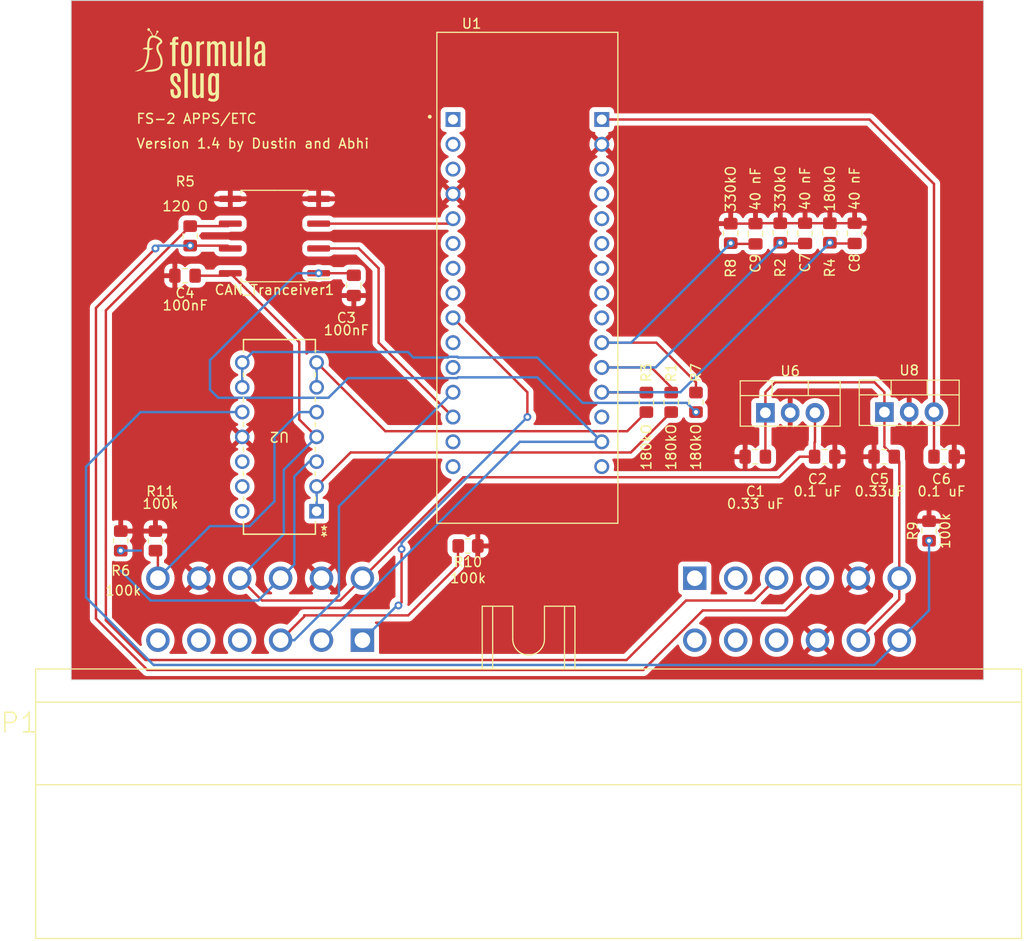
<source format=kicad_pcb>
(kicad_pcb (version 20221018) (generator pcbnew)
  (title_block (title "APPS-ETC Board") (date "2024-03-03") (rev "1.1") (company "Formula Slug"))
  (layers (0 "F.Cu" jumper) (31 "B.Cu" signal) (34 "B.Paste" user) (35 "F.Paste" user) (36 "B.SilkS" user "B.Silkscreen") (37 "F.SilkS" user "F.Silkscreen") (38 "B.Mask" user) (39 "F.Mask" user) (44 "Edge.Cuts" user))
  (net 0 "")
  (net 1 "+12V")
  (net 2 "GND")
  (net 3 "+3.3V")
  (net 4 "/CANH")
  (net 5 "/CANL")
  (net 6 "/D10 OUT")
  (net 7 "/D2 OUT")
  (net 8 "/RTDS Control")
  (net 10 "+5V")
  (net 11 "+9V")
  (net 12 "/OUT2")
  (net 13 "/OUT1")
  (net 14 "/Brake Sensor")
  (net 16 "Net-(U2A--)")
  (net 17 "/OUT1*")
  (net 21 "/RTDS GND")
  (net 22 "/RTDS Power")
  (net 26 "Net-(U2B--)")
  (net 27 "/OUT2*")
  (net 28 "Net-(U2C--)")
  (net 29 "/Brake Sensor*")
  (net 35 "/Cockpit In")
  (footprint "Package_SO:SOP-8_6.62x9.15mm_P2.54mm" (layer "F.Cu") (at 156.464 88.138 180)
    (fp_text reference "CAN_Tranceiver1" (at 0 -5.52) (layer "F.SilkS"))
    (fp_text value "ISO1050DUB")
    (pad "1" smd roundrect (at -4.525 -3.81 180) (size 2.35 0.65) (layers "F.Cu" "F.Paste" "F.Mask") (net 3 "+3.3V"))
    (pad "2" smd roundrect (at -4.525 -1.27 180) (size 2.35 0.65) (layers "F.Cu" "F.Paste" "F.Mask") (net 6 "/D10 OUT"))
    (pad "3" smd roundrect (at -4.525 1.27 180) (size 2.35 0.65) (layers "F.Cu" "F.Paste" "F.Mask") (net 7 "/D2 OUT"))
    (pad "4" smd roundrect (at -4.525 3.81 180) (size 2.35 0.65) (layers "F.Cu" "F.Paste" "F.Mask") (net 2 "GND"))
    (pad "5" smd roundrect (at 4.525 3.81 180) (size 2.35 0.65) (layers "F.Cu" "F.Paste" "F.Mask") (net 2 "GND"))
    (pad "6" smd roundrect (at 4.525 1.27 180) (size 2.35 0.65) (layers "F.Cu" "F.Paste" "F.Mask") (net 5 "/CANL"))
    (pad "7" smd roundrect (at 4.525 -1.27 180) (size 2.35 0.65) (layers "F.Cu" "F.Paste" "F.Mask") (net 4 "/CANH"))
    (pad "8" smd roundrect (at 4.525 -3.81 180) (size 2.35 0.65) (layers "F.Cu" "F.Paste" "F.Mask") (net 10 "+5V"))
  )
  (footprint "Resistor_SMD:R_0805_2012Metric_Pad1.20x1.40mm_HandSolder" (layer "F.Cu") (at 176.292 119.888 180)
    (fp_text reference "R10" (at 0 -1.65) (layer "F.SilkS"))
    (fp_text value "100k" (at 0 -3.302) (layer "F.SilkS"))
    (pad "1" smd roundrect (at -1 0 180) (size 1.2 1.4) (layers "F.Cu" "F.Paste" "F.Mask") (roundrect_rratio 0.208333) (net 2 "GND"))
    (pad "2" smd roundrect (at 1 0 180) (size 1.2 1.4) (layers "F.Cu" "F.Paste" "F.Mask") (roundrect_rratio 0.208333) (net 35 "/Cockpit In"))
  )
  (footprint "Resistor_SMD:R_0805_2012Metric_Pad1.20x1.40mm_HandSolder" (layer "F.Cu") (at 213.36 87.825 90)
    (fp_text reference "R4" (at -3.572 0 90) (layer "F.SilkS"))
    (fp_text value "180kO" (at 4.556 0 90) (layer "F.SilkS"))
    (pad "1" smd roundrect (at -1 0 90) (size 1.2 1.4) (layers "F.Cu" "F.Paste" "F.Mask") (roundrect_rratio 0.208333) (net 27 "/OUT2*"))
    (pad "2" smd roundrect (at 1 0 90) (size 1.2 1.4) (layers "F.Cu" "F.Paste" "F.Mask") (roundrect_rratio 0.208333) (net 2 "GND"))
  )
  (footprint "Capacitor_SMD:C_0805_2012Metric_Pad1.18x1.45mm_HandSolder" (layer "F.Cu") (at 205.74 87.9055 90)
    (fp_text reference "C9" (at -3.0265 0 90) (layer "F.SilkS"))
    (fp_text value "40 nF" (at 4.5935 0 90) (layer "F.SilkS"))
    (pad "1" smd roundrect (at -1.0375 0 90) (size 1.175 1.45) (layers "F.Cu" "F.Paste" "F.Mask") (roundrect_rratio 0.212766) (net 29 "/Brake Sensor*"))
    (pad "2" smd roundrect (at 1.0375 0 90) (size 1.175 1.45) (layers "F.Cu" "F.Paste" "F.Mask") (roundrect_rratio 0.212766) (net 2 "GND"))
  )
  (footprint "Capacitor_SMD:C_0805_2012Metric_Pad1.18x1.45mm_HandSolder" (layer "F.Cu") (at 147.2985 92.202 180)
    (fp_text reference "C4" (at 0 -1.778) (layer "F.SilkS"))
    (fp_text value "100nF" (at -0.0215 -3.048) (layer "F.SilkS"))
    (pad "1" smd roundrect (at -1.0375 0 180) (size 1.175 1.45) (layers "F.Cu" "F.Paste" "F.Mask") (roundrect_rratio 0.212766) (net 10 "+5V"))
    (pad "2" smd roundrect (at 1.0375 0 180) (size 1.175 1.45) (layers "F.Cu" "F.Paste" "F.Mask") (roundrect_rratio 0.212766) (net 2 "GND"))
  )
  (footprint "Resistor_SMD:R_0805_2012Metric_Pad1.20x1.40mm_HandSolder" (layer "F.Cu") (at 208.28 87.825 90)
    (fp_text reference "R2" (at -3.572 0 90) (layer "F.SilkS"))
    (fp_text value "330kO" (at 4.556 0 90) (layer "F.SilkS"))
    (pad "1" smd roundrect (at -1 0 90) (size 1.2 1.4) (layers "F.Cu" "F.Paste" "F.Mask") (roundrect_rratio 0.208333) (net 17 "/OUT1*"))
    (pad "2" smd roundrect (at 1 0 90) (size 1.2 1.4) (layers "F.Cu" "F.Paste" "F.Mask") (roundrect_rratio 0.208333) (net 2 "GND"))
  )
  (footprint "Resistor_SMD:R_0805_2012Metric_Pad1.20x1.40mm_HandSolder" (layer "F.Cu") (at 199.644 105.172 90)
    (fp_text reference "R7" (at 3.032 0 90) (layer "F.SilkS"))
    (fp_text value "180kO" (at -4.588 0 90) (layer "F.SilkS"))
    (pad "1" smd roundrect (at -1 0 90) (size 1.2 1.4) (layers "F.Cu" "F.Paste" "F.Mask") (roundrect_rratio 0.208333) (net 28 "Net-(U2C--)"))
    (pad "2" smd roundrect (at 1 0 90) (size 1.2 1.4) (layers "F.Cu" "F.Paste" "F.Mask") (roundrect_rratio 0.208333) (net 29 "/Brake Sensor*"))
  )
  (footprint "FSFootprints:FS_Logo" (layer "F.Cu") (at 147.936859 70.648981)
    (fp_text reference "G***" hide)
    (fp_text value "LOGO" hide)
  )
  (footprint "Resistor_SMD:R_0805_2012Metric_Pad1.20x1.40mm_HandSolder" (layer "F.Cu") (at 194.564 105.172 90)
    (fp_text reference "R3" (at 3.032 0 90) (layer "F.SilkS"))
    (fp_text value "180kO" (at -4.588 0 90) (layer "F.SilkS"))
    (pad "1" smd roundrect (at -1 0 90) (size 1.2 1.4) (layers "F.Cu" "F.Paste" "F.Mask") (roundrect_rratio 0.208333) (net 26 "Net-(U2B--)"))
    (pad "2" smd roundrect (at 1 0 90) (size 1.2 1.4) (layers "F.Cu" "F.Paste" "F.Mask") (roundrect_rratio 0.208333) (net 27 "/OUT2*"))
  )
  (footprint "1FS_2_Global_Footprint_Library:MODULE_NUCLEO-L432KC" (layer "F.Cu") (at 182.372 92.415)
    (fp_text reference "U1" (at -5.715 -26.035) (layer "F.SilkS"))
    (fp_text value "NUCLEO-L432KC")
    (pad "CN3_1" thru_hole rect (at -7.62 -16.215) (size 1.53 1.53) (drill 1.02) (layers "*.Cu" "*.Mask"))
    (pad "CN3_2" thru_hole circle (at -7.62 -13.675) (size 1.53 1.53) (drill 1.02) (layers "*.Cu" "*.Mask"))
    (pad "CN3_3" thru_hole circle (at -7.62 -11.135) (size 1.53 1.53) (drill 1.02) (layers "*.Cu" "*.Mask"))
    (pad "CN3_4" thru_hole circle (at -7.62 -8.595) (size 1.53 1.53) (drill 1.02) (layers "*.Cu" "*.Mask") (net 2 "GND"))
    (pad "CN3_5" thru_hole circle (at -7.62 -6.055) (size 1.53 1.53) (drill 1.02) (layers "*.Cu" "*.Mask") (net 7 "/D2 OUT"))
    (pad "CN3_6" thru_hole circle (at -7.62 -3.515) (size 1.53 1.53) (drill 1.02) (layers "*.Cu" "*.Mask"))
    (pad "CN3_7" thru_hole circle (at -7.62 -0.975) (size 1.53 1.53) (drill 1.02) (layers "*.Cu" "*.Mask"))
    (pad "CN3_8" thru_hole circle (at -7.62 1.565) (size 1.53 1.53) (drill 1.02) (layers "*.Cu" "*.Mask"))
    (pad "CN3_9" thru_hole circle (at -7.62 4.105) (size 1.53 1.53) (drill 1.02) (layers "*.Cu" "*.Mask") (net 8 "/RTDS Control"))
    (pad "CN3_10" thru_hole circle (at -7.62 6.645) (size 1.53 1.53) (drill 1.02) (layers "*.Cu" "*.Mask"))
    (pad "CN3_11" thru_hole circle (at -7.62 9.185) (size 1.53 1.53) (drill 1.02) (layers "*.Cu" "*.Mask"))
    (pad "CN3_12" thru_hole circle (at -7.62 11.725) (size 1.53 1.53) (drill 1.02) (layers "*.Cu" "*.Mask") (net 35 "/Cockpit In"))
    (pad "CN3_13" thru_hole circle (at -7.62 14.265) (size 1.53 1.53) (drill 1.02) (layers "*.Cu" "*.Mask") (net 6 "/D10 OUT"))
    (pad "CN3_14" thru_hole circle (at -7.62 16.805) (size 1.53 1.53) (drill 1.02) (layers "*.Cu" "*.Mask"))
    (pad "CN3_15" thru_hole circle (at -7.62 19.345) (size 1.53 1.53) (drill 1.02) (layers "*.Cu" "*.Mask"))
    (pad "CN4_1" thru_hole rect (at 7.62 -16.215) (size 1.53 1.53) (drill 1.02) (layers "*.Cu" "*.Mask") (net 11 "+9V"))
    (pad "CN4_2" thru_hole circle (at 7.62 -13.675) (size 1.53 1.53) (drill 1.02) (layers "*.Cu" "*.Mask") (net 2 "GND"))
    (pad "CN4_3" thru_hole circle (at 7.62 -11.135) (size 1.53 1.53) (drill 1.02) (layers "*.Cu" "*.Mask"))
    (pad "CN4_4" thru_hole circle (at 7.62 -8.595) (size 1.53 1.53) (drill 1.02) (layers "*.Cu" "*.Mask"))
    (pad "CN4_5" thru_hole circle (at 7.62 -6.055) (size 1.53 1.53) (drill 1.02) (layers "*.Cu" "*.Mask"))
    (pad "CN4_6" thru_hole circle (at 7.62 -3.515) (size 1.53 1.53) (drill 1.02) (layers "*.Cu" "*.Mask"))
    (pad "CN4_7" thru_hole circle (at 7.62 -0.975) (size 1.53 1.53) (drill 1.02) (layers "*.Cu" "*.Mask"))
    (pad "CN4_8" thru_hole circle (at 7.62 1.565) (size 1.53 1.53) (drill 1.02) (layers "*.Cu" "*.Mask"))
    (pad "CN4_9" thru_hole circle (at 7.62 4.105) (size 1.53 1.53) (drill 1.02) (layers "*.Cu" "*.Mask"))
    (pad "CN4_10" thru_hole circle (at 7.62 6.645) (size 1.53 1.53) (drill 1.02) (layers "*.Cu" "*.Mask") (net 29 "/Brake Sensor*"))
    (pad "CN4_11" thru_hole circle (at 7.62 9.185) (size 1.53 1.53) (drill 1.02) (layers "*.Cu" "*.Mask") (net 17 "/OUT1*"))
    (pad "CN4_12" thru_hole circle (at 7.62 11.725) (size 1.53 1.53) (drill 1.02) (layers "*.Cu" "*.Mask") (net 27 "/OUT2*"))
    (pad "CN4_13" thru_hole circle (at 7.62 14.265) (size 1.53 1.53) (drill 1.02) (layers "*.Cu" "*.Mask"))
    (pad "CN4_14" thru_hole circle (at 7.62 16.805) (size 1.53 1.53) (drill 1.02) (layers "*.Cu" "*.Mask") (net 3 "+3.3V"))
    (pad "CN4_15" thru_hole circle (at 7.62 19.345) (size 1.53 1.53) (drill 1.02) (layers "*.Cu" "*.Mask"))
  )
  (footprint "Resistor_SMD:R_0805_2012Metric_Pad1.20x1.40mm_HandSolder" (layer "F.Cu") (at 147.828 88.122 90)
    (fp_text reference "R5" (at 5.572 -0.508 180) (layer "F.SilkS"))
    (fp_text value "120 O" (at 3.032 -0.508 180) (layer "F.SilkS"))
    (pad "1" smd roundrect (at -1 0 90) (size 1.2 1.4) (layers "F.Cu" "F.Paste" "F.Mask") (roundrect_rratio 0.208333) (net 4 "/CANH"))
    (pad "2" smd roundrect (at 1 0 90) (size 1.2 1.4) (layers "F.Cu" "F.Paste" "F.Mask") (roundrect_rratio 0.208333) (net 5 "/CANL"))
  )
  (footprint "Capacitor_SMD:C_0805_2012Metric_Pad1.18x1.45mm_HandSolder" (layer "F.Cu") (at 218.9265 110.744 180)
    (fp_text reference "C5" (at 0.4865 -2.286) (layer "F.SilkS"))
    (fp_text value "0.33uF" (at 0.4865 -3.556) (layer "F.SilkS"))
    (pad "1" smd roundrect (at -1.0375 0 180) (size 1.175 1.45) (layers "F.Cu" "F.Paste" "F.Mask") (roundrect_rratio 0.212766) (net 1 "+12V"))
    (pad "2" smd roundrect (at 1.0375 0 180) (size 1.175 1.45) (layers "F.Cu" "F.Paste" "F.Mask") (roundrect_rratio 0.212766) (net 2 "GND"))
  )
  (footprint "Capacitor_SMD:C_0805_2012Metric_Pad1.18x1.45mm_HandSolder" (layer "F.Cu") (at 164.592 93.1965 -90)
    (fp_text reference "C3" (at 3.3235 0.762 -180) (layer "F.SilkS"))
    (fp_text value "100nF" (at 4.5935 0.762 -180) (layer "F.SilkS"))
    (pad "1" smd roundrect (at -1.0375 0 270) (size 1.175 1.45) (layers "F.Cu" "F.Paste" "F.Mask") (roundrect_rratio 0.212766) (net 3 "+3.3V"))
    (pad "2" smd roundrect (at 1.0375 0 270) (size 1.175 1.45) (layers "F.Cu" "F.Paste" "F.Mask") (roundrect_rratio 0.212766) (net 2 "GND"))
  )
  (footprint "FSFootprints:TE_DTM1312PC12PDR008" (layer "F.Cu") (at 182.497 127.58)
    (fp_text reference "P1" (at -52.16863 10.42965 180) (layer "F.SilkS") (effects (font (size 2.005717 2.005717))))
    (fp_text value "DTM1312PC12PDR008")
    (pad "C1" thru_hole rect (at -17.025 1.96) (size 2.4 2.4) (drill 1.6) (layers "*.Cu" "*.Mask") (net 8 "/RTDS Control"))
    (pad "C2" thru_hole circle (at -21.215 1.96) (size 2.4 2.4) (drill 1.6) (layers "*.Cu" "*.Mask") (net 3 "+3.3V"))
    (pad "C3" thru_hole circle (at -25.405 1.96) (size 2.4 2.4) (drill 1.6) (layers "*.Cu" "*.Mask") (net 35 "/Cockpit In"))
    (pad "C4" thru_hole circle (at -29.595 1.96) (size 2.4 2.4) (drill 1.6) (layers "*.Cu" "*.Mask"))
    (pad "C5" thru_hole circle (at -33.785 1.96) (size 2.4 2.4) (drill 1.6) (layers "*.Cu" "*.Mask"))
    (pad "C6" thru_hole circle (at -37.975 1.96) (size 2.4 2.4) (drill 1.6) (layers "*.Cu" "*.Mask"))
    (pad "C7" thru_hole circle (at -37.975 -4.39) (size 2.4 2.4) (drill 1.6) (layers "*.Cu" "*.Mask") (net 12 "/OUT2"))
    (pad "C8" thru_hole circle (at -33.785 -4.39) (size 2.4 2.4) (drill 1.6) (layers "*.Cu" "*.Mask") (net 2 "GND"))
    (pad "C9" thru_hole circle (at -29.595 -4.39) (size 2.4 2.4) (drill 1.6) (layers "*.Cu" "*.Mask") (net 10 "+5V"))
    (pad "C10" thru_hole circle (at -25.405 -4.39) (size 2.4 2.4) (drill 1.6) (layers "*.Cu" "*.Mask") (net 13 "/OUT1"))
    (pad "C11" thru_hole circle (at -21.215 -4.39) (size 2.4 2.4) (drill 1.6) (layers "*.Cu" "*.Mask") (net 2 "GND"))
    (pad "C12" thru_hole circle (at -17.025 -4.39) (size 2.4 2.4) (drill 1.6) (layers "*.Cu" "*.Mask") (net 10 "+5V"))
    (pad "D1" thru_hole rect (at 17.025 -4.39) (size 2.4 2.4) (drill 1.6) (layers "*.Cu" "*.Mask") (net 21 "/RTDS GND"))
    (pad "D2" thru_hole circle (at 21.215 -4.39) (size 2.4 2.4) (drill 1.6) (layers "*.Cu" "*.Mask") (net 22 "/RTDS Power"))
    (pad "D3" thru_hole circle (at 25.405 -4.39) (size 2.4 2.4) (drill 1.6) (layers "*.Cu" "*.Mask") (net 5 "/CANL"))
    (pad "D4" thru_hole circle (at 29.595 -4.39) (size 2.4 2.4) (drill 1.6) (layers "*.Cu" "*.Mask") (net 4 "/CANH"))
    (pad "D5" thru_hole circle (at 33.785 -4.39) (size 2.4 2.4) (drill 1.6) (layers "*.Cu" "*.Mask") (net 2 "GND"))
    (pad "D6" thru_hole circle (at 37.975 -4.39) (size 2.4 2.4) (drill 1.6) (layers "*.Cu" "*.Mask") (net 1 "+12V"))
    (pad "D7" thru_hole circle (at 37.975 1.96) (size 2.4 2.4) (drill 1.6) (layers "*.Cu" "*.Mask") (net 14 "/Brake Sensor"))
    (pad "D8" thru_hole circle (at 33.785 1.96) (size 2.4 2.4) (drill 1.6) (layers "*.Cu" "*.Mask") (net 1 "+12V"))
    (pad "D9" thru_hole circle (at 29.595 1.96) (size 2.4 2.4) (drill 1.6) (layers "*.Cu" "*.Mask") (net 2 "GND"))
    (pad "D10" thru_hole circle (at 25.405 1.96) (size 2.4 2.4) (drill 1.6) (layers "*.Cu" "*.Mask"))
    (pad "D11" thru_hole circle (at 21.215 1.96) (size 2.4 2.4) (drill 1.6) (layers "*.Cu" "*.Mask"))
    (pad "D12" thru_hole circle (at 17.025 1.96) (size 2.4 2.4) (drill 1.6) (layers "*.Cu" "*.Mask"))
  )
  (footprint "Resistor_SMD:R_0805_2012Metric_Pad1.20x1.40mm_HandSolder" (layer "F.Cu") (at 203.2 87.868 90)
    (fp_text reference "R8" (at -3.572 0 90) (layer "F.SilkS"))
    (fp_text value "330kO" (at 4.556 0 90) (layer "F.SilkS"))
    (pad "1" smd roundrect (at -1 0 90) (size 1.2 1.4) (layers "F.Cu" "F.Paste" "F.Mask") (roundrect_rratio 0.208333) (net 29 "/Brake Sensor*"))
    (pad "2" smd roundrect (at 1 0 90) (size 1.2 1.4) (layers "F.Cu" "F.Paste" "F.Mask") (roundrect_rratio 0.208333) (net 2 "GND"))
  )
  (footprint "Resistor_SMD:R_0805_2012Metric_Pad1.20x1.40mm_HandSolder" (layer "F.Cu") (at 223.52 118.348 90)
    (fp_text reference "R9" (at 0 -1.65 90) (layer "F.SilkS"))
    (fp_text value "100k" (at 0 1.65 90) (layer "F.SilkS"))
    (pad "1" smd roundrect (at -1 0 90) (size 1.2 1.4) (layers "F.Cu" "F.Paste" "F.Mask") (roundrect_rratio 0.208333) (net 14 "/Brake Sensor"))
    (pad "2" smd roundrect (at 1 0 90) (size 1.2 1.4) (layers "F.Cu" "F.Paste" "F.Mask") (roundrect_rratio 0.208333) (net 2 "GND"))
  )
  (footprint "Capacitor_SMD:C_0805_2012Metric_Pad1.18x1.45mm_HandSolder" (layer "F.Cu") (at 215.9 87.8625 90)
    (fp_text reference "C8" (at -3.0265 0 90) (layer "F.SilkS"))
    (fp_text value "40 nF" (at 4.5935 0 90) (layer "F.SilkS"))
    (pad "1" smd roundrect (at -1.0375 0 90) (size 1.175 1.45) (layers "F.Cu" "F.Paste" "F.Mask") (roundrect_rratio 0.212766) (net 27 "/OUT2*"))
    (pad "2" smd roundrect (at 1.0375 0 90) (size 1.175 1.45) (layers "F.Cu" "F.Paste" "F.Mask") (roundrect_rratio 0.212766) (net 2 "GND"))
  )
  (footprint "Resistor_SMD:R_0805_2012Metric_Pad1.20x1.40mm_HandSolder" (layer "F.Cu") (at 197.104 105.172 90)
    (fp_text reference "R1" (at 3.032 0 90) (layer "F.SilkS"))
    (fp_text value "180kO" (at -4.588 0 90) (layer "F.SilkS"))
    (pad "1" smd roundrect (at -1 0 90) (size 1.2 1.4) (layers "F.Cu" "F.Paste" "F.Mask") (roundrect_rratio 0.208333) (net 16 "Net-(U2A--)"))
    (pad "2" smd roundrect (at 1 0 90) (size 1.2 1.4) (layers "F.Cu" "F.Paste" "F.Mask") (roundrect_rratio 0.208333) (net 17 "/OUT1*"))
  )
  (footprint "Package_TO_SOT_THT:TO-220-3_Vertical" (layer "F.Cu") (at 218.948 106.172)
    (fp_text reference "U8" (at 2.54 -4.27) (layer "F.SilkS"))
    (fp_text value "LM7809_TO220")
    (pad "1" thru_hole rect (at 0 0) (size 1.905 2) (drill 1.1) (layers "*.Cu" "*.Mask") (net 1 "+12V"))
    (pad "2" thru_hole oval (at 2.54 0) (size 1.905 2) (drill 1.1) (layers "*.Cu" "*.Mask") (net 2 "GND"))
    (pad "3" thru_hole oval (at 5.08 0) (size 1.905 2) (drill 1.1) (layers "*.Cu" "*.Mask") (net 11 "+9V"))
  )
  (footprint "Capacitor_SMD:C_0805_2012Metric_Pad1.18x1.45mm_HandSolder" (layer "F.Cu") (at 205.7185 110.744 180)
    (fp_text reference "C1" (at -0.0215 -3.556) (layer "F.SilkS"))
    (fp_text value "0.33 uF" (at -0.0215 -4.826) (layer "F.SilkS"))
    (pad "1" smd roundrect (at -1.0375 0 180) (size 1.175 1.45) (layers "F.Cu" "F.Paste" "F.Mask") (roundrect_rratio 0.212766) (net 1 "+12V"))
    (pad "2" smd roundrect (at 1.0375 0 180) (size 1.175 1.45) (layers "F.Cu" "F.Paste" "F.Mask") (roundrect_rratio 0.212766) (net 2 "GND"))
  )
  (footprint "Capacitor_SMD:C_0805_2012Metric_Pad1.18x1.45mm_HandSolder" (layer "F.Cu") (at 212.8305 110.744)
    (fp_text reference "C2" (at -0.7405 2.286) (layer "F.SilkS"))
    (fp_text value "0.1 uF" (at -0.7405 3.556) (layer "F.SilkS"))
    (pad "1" smd roundrect (at -1.0375 0) (size 1.175 1.45) (layers "F.Cu" "F.Paste" "F.Mask") (roundrect_rratio 0.212766) (net 10 "+5V"))
    (pad "2" smd roundrect (at 1.0375 0) (size 1.175 1.45) (layers "F.Cu" "F.Paste" "F.Mask") (roundrect_rratio 0.212766) (net 2 "GND"))
  )
  (footprint "FSFootprints:PDIP14_300MC_MCH" (layer "F.Cu") (at 160.782 116.332 180)
    (fp_text reference "U2" (at 3.81 7.62 180 unlocked) (layer "F.SilkS"))
    (fp_text value "MCP6004")
    (fp_text user "*" (at -0.762 -2.032 180 unlocked) (layer "F.SilkS"))
    (fp_text user "*" (at -0.762 -2.032) (layer "F.SilkS"))
    (pad "1" thru_hole rect (at 0 0 180) (size 1.4986 1.4986) (drill 0.9906) (layers "*.Cu" "*.Mask") (net 16 "Net-(U2A--)"))
    (pad "2" thru_hole circle (at 0 2.54 180) (size 1.4986 1.4986) (drill 0.9906) (layers "*.Cu" "*.Mask") (net 16 "Net-(U2A--)"))
    (pad "3" thru_hole circle (at 0 5.08 180) (size 1.4986 1.4986) (drill 0.9906) (layers "*.Cu" "*.Mask") (net 13 "/OUT1"))
    (pad "4" thru_hole circle (at 0 7.62 180) (size 1.4986 1.4986) (drill 0.9906) (layers "*.Cu" "*.Mask") (net 10 "+5V"))
    (pad "5" thru_hole circle (at 0 10.16 180) (size 1.4986 1.4986) (drill 0.9906) (layers "*.Cu" "*.Mask") (net 12 "/OUT2"))
    (pad "6" thru_hole circle (at 0 12.7 180) (size 1.4986 1.4986) (drill 0.9906) (layers "*.Cu" "*.Mask") (net 26 "Net-(U2B--)"))
    (pad "7" thru_hole circle (at 0 15.24 180) (size 1.4986 1.4986) (drill 0.9906) (layers "*.Cu" "*.Mask") (net 26 "Net-(U2B--)"))
    (pad "8" thru_hole circle (at 7.62 15.24 180) (size 1.4986 1.4986) (drill 0.9906) (layers "*.Cu" "*.Mask") (net 28 "Net-(U2C--)"))
    (pad "9" thru_hole circle (at 7.62 12.7 180) (size 1.4986 1.4986) (drill 0.9906) (layers "*.Cu" "*.Mask") (net 28 "Net-(U2C--)"))
    (pad "10" thru_hole circle (at 7.62 10.16 180) (size 1.4986 1.4986) (drill 0.9906) (layers "*.Cu" "*.Mask") (net 14 "/Brake Sensor"))
    (pad "11" thru_hole circle (at 7.62 7.62 180) (size 1.4986 1.4986) (drill 0.9906) (layers "*.Cu" "*.Mask") (net 2 "GND"))
    (pad "12" thru_hole circle (at 7.62 5.08 180) (size 1.4986 1.4986) (drill 0.9906) (layers "*.Cu" "*.Mask"))
    (pad "13" thru_hole circle (at 7.62 2.54 180) (size 1.4986 1.4986) (drill 0.9906) (layers "*.Cu" "*.Mask"))
    (pad "14" thru_hole circle (at 7.62 0 180) (size 1.4986 1.4986) (drill 0.9906) (layers "*.Cu" "*.Mask"))
  )
  (footprint "Capacitor_SMD:C_0805_2012Metric_Pad1.18x1.45mm_HandSolder" (layer "F.Cu") (at 210.82 87.8625 90)
    (fp_text reference "C7" (at -3.0265 0 90) (layer "F.SilkS"))
    (fp_text value "40 nF" (at 4.5935 0 90) (layer "F.SilkS"))
    (pad "1" smd roundrect (at -1.0375 0 90) (size 1.175 1.45) (layers "F.Cu" "F.Paste" "F.Mask") (roundrect_rratio 0.212766) (net 17 "/OUT1*"))
    (pad "2" smd roundrect (at 1.0375 0 90) (size 1.175 1.45) (layers "F.Cu" "F.Paste" "F.Mask") (roundrect_rratio 0.212766) (net 2 "GND"))
  )
  (footprint "Resistor_SMD:R_0805_2012Metric_Pad1.20x1.40mm_HandSolder" (layer "F.Cu") (at 140.716 119.364 90)
    (fp_text reference "R6" (at -3.064 0 180) (layer "F.SilkS"))
    (fp_text value "100k" (at -5.096 0.254 180) (layer "F.SilkS"))
    (pad "1" smd roundrect (at -1 0 90) (size 1.2 1.4) (layers "F.Cu" "F.Paste" "F.Mask") (roundrect_rratio 0.208333) (net 13 "/OUT1"))
    (pad "2" smd roundrect (at 1 0 90) (size 1.2 1.4) (layers "F.Cu" "F.Paste" "F.Mask") (roundrect_rratio 0.208333) (net 2 "GND"))
  )
  (footprint "Capacitor_SMD:C_0805_2012Metric_Pad1.18x1.45mm_HandSolder" (layer "F.Cu") (at 225.0655 110.744)
    (fp_text reference "C6" (at -0.2755 2.286) (layer "F.SilkS"))
    (fp_text value "0.1 uF" (at -0.2755 3.556) (layer "F.SilkS"))
    (pad "1" smd roundrect (at -1.0375 0) (size 1.175 1.45) (layers "F.Cu" "F.Paste" "F.Mask") (roundrect_rratio 0.212766) (net 11 "+9V"))
    (pad "2" smd roundrect (at 1.0375 0) (size 1.175 1.45) (layers "F.Cu" "F.Paste" "F.Mask") (roundrect_rratio 0.212766) (net 2 "GND"))
  )
  (footprint "Resistor_SMD:R_0805_2012Metric_Pad1.20x1.40mm_HandSolder" (layer "F.Cu") (at 144.272 119.364 90)
    (fp_text reference "R11" (at 5.064 0.508 180) (layer "F.SilkS"))
    (fp_text value "100k" (at 3.794 0.508 180) (layer "F.SilkS"))
    (pad "1" smd roundrect (at -1 0 90) (size 1.2 1.4) (layers "F.Cu" "F.Paste" "F.Mask") (roundrect_rratio 0.208333) (net 12 "/OUT2"))
    (pad "2" smd roundrect (at 1 0 90) (size 1.2 1.4) (layers "F.Cu" "F.Paste" "F.Mask") (roundrect_rratio 0.208333) (net 2 "GND"))
  )
  (footprint "Package_TO_SOT_THT:TO-220-3_Vertical" (layer "F.Cu") (at 206.756 106.243)
    (fp_text reference "U6" (at 2.54 -4.27) (layer "F.SilkS"))
    (fp_text value "LM7805_TO220")
    (pad "1" thru_hole rect (at 0 0) (size 1.905 2) (drill 1.1) (layers "*.Cu" "*.Mask") (net 1 "+12V"))
    (pad "2" thru_hole oval (at 2.54 0) (size 1.905 2) (drill 1.1) (layers "*.Cu" "*.Mask") (net 2 "GND"))
    (pad "3" thru_hole oval (at 5.08 0) (size 1.905 2) (drill 1.1) (layers "*.Cu" "*.Mask") (net 10 "+5V"))
  )
  (gr_rect (start 135.636 64.008) (end 229.108 133.604) (stroke (width 0.1)) (fill none) (layer "Edge.Cuts"))
  (gr_text "FS-2 APPS/ETC" (at 142.24 76.708) (layer "F.SilkS") (effects (font (size 1 1)) (justify left bottom)))
  (gr_text "Version 1.4 by Dustin and Abhi" (at 142.24 79.248) (layer "F.SilkS") (effects (font (size 1 1)) (justify left bottom)))
  (segment (start 218.948 104.14) (end 218.948 106.172) (width 0.25) (layer "F.Cu") (net 1))
  (segment (start 218.948 106.172) (end 218.948 109.728) (width 0.25) (layer "F.Cu") (net 1))
  (segment (start 216.282 129.54) (end 220.472 125.35) (width 0.25) (layer "F.Cu") (net 1))
  (segment (start 218.948 109.728) (end 219.964 110.744) (width 0.25) (layer "F.Cu") (net 1))
  (segment (start 207.772 103.124) (end 217.932 103.124) (width 0.25) (layer "F.Cu") (net 1))
  (segment (start 206.756 106.243) (end 206.756 110.744) (width 0.25) (layer "F.Cu") (net 1))
  (segment (start 220.472 123.19) (end 220.472 111.252) (width 0.25) (layer "F.Cu") (net 1))
  (segment (start 206.756 106.243) (end 206.756 104.14) (width 0.25) (layer "F.Cu") (net 1))
  (segment (start 217.932 103.124) (end 218.948 104.14) (width 0.25) (layer "F.Cu") (net 1))
  (segment (start 220.472 125.35) (end 220.472 123.19) (width 0.25) (layer "F.Cu") (net 1))
  (segment (start 206.756 104.14) (end 207.772 103.124) (width 0.25) (layer "F.Cu") (net 1))
  (segment (start 220.472 111.252) (end 219.964 110.744) (width 0.25) (layer "F.Cu") (net 1))
  (segment (start 205.74 86.868) (end 203.2 86.868) (width 0.25) (layer "F.Cu") (net 2))
  (segment (start 213.36 86.825) (end 210.82 86.825) (width 0.25) (layer "F.Cu") (net 2))
  (segment (start 210.82 86.825) (end 208.28 86.825) (width 0.25) (layer "F.Cu") (net 2))
  (segment (start 208.28 86.825) (end 205.783 86.825) (width 0.25) (layer "F.Cu") (net 2))
  (segment (start 205.783 86.825) (end 205.74 86.868) (width 0.25) (layer "F.Cu") (net 2))
  (segment (start 215.9 86.825) (end 213.36 86.825) (width 0.25) (layer "F.Cu") (net 2))
  (segment (start 164.381 91.948) (end 164.592 92.159) (width 0.25) (layer "F.Cu") (net 3))
  (segment (start 160.989 91.948) (end 164.381 91.948) (width 0.25) (layer "F.Cu") (net 3))
  (via (at 160.989 91.948) (size 0.8) (drill 0.4) (layers "F.Cu" "B.Cu") (net 3))
  (segment (start 149.86 103.874626) (end 149.86 100.849374) (width 0.25) (layer "B.Cu") (net 3))
  (segment (start 150.691674 104.7063) (end 149.86 103.874626) (width 0.25) (layer "B.Cu") (net 3))
  (segment (start 149.86 100.849374) (end 158.761374 91.948) (width 0.25) (layer "B.Cu") (net 3))
  (segment (start 175.270692 102.616) (end 175.196692 102.69) (width 0.25) (layer "B.Cu") (net 3))
  (segment (start 189.992 109.22) (end 183.388 102.616) (width 0.25) (layer "B.Cu") (net 3))
  (segment (start 175.196692 102.69) (end 164.01 102.69) (width 0.25) (layer "B.Cu") (net 3))
  (segment (start 161.9937 104.7063) (end 150.691674 104.7063) (width 0.25) (layer "B.Cu") (net 3))
  (segment (start 181.602 109.22) (end 189.992 109.22) (width 0.25) (layer "B.Cu") (net 3))
  (segment (start 161.282 129.54) (end 181.602 109.22) (width 0.25) (layer "B.Cu") (net 3))
  (segment (start 158.761374 91.948) (end 160.989 91.948) (width 0.25) (layer "B.Cu") (net 3))
  (segment (start 164.01 102.69) (end 161.9937 104.7063) (width 0.25) (layer "B.Cu") (net 3))
  (segment (start 183.388 102.616) (end 175.270692 102.616) (width 0.25) (layer "B.Cu") (net 3))
  (segment (start 138.176 95.504) (end 138.176 127.318198) (width 0.25) (layer "F.Cu") (net 4))
  (segment (start 151.653 89.122) (end 151.939 89.408) (width 0.25) (layer "F.Cu") (net 4))
  (segment (start 143.445802 132.588) (end 194.247881 132.588) (width 0.25) (layer "F.Cu") (net 4))
  (segment (start 144.272 89.408) (end 138.176 95.504) (width 0.25) (layer "F.Cu") (net 4))
  (segment (start 147.828 89.122) (end 151.653 89.122) (width 0.25) (layer "F.Cu") (net 4))
  (segment (start 194.247881 132.588) (end 200.343881 126.492) (width 0.25) (layer "F.Cu") (net 4))
  (segment (start 208.79 126.492) (end 212.092 123.19) (width 0.25) (layer "F.Cu") (net 4))
  (segment (start 200.343881 126.492) (end 208.79 126.492) (width 0.25) (layer "F.Cu") (net 4))
  (segment (start 138.176 127.318198) (end 143.445802 132.588) (width 0.25) (layer "F.Cu") (net 4))
  (via (at 144.272 89.408) (size 0.8) (drill 0.4) (layers "F.Cu" "B.Cu") (net 4))
  (via (at 147.828 89.122) (size 0.8) (drill 0.4) (layers "F.Cu" "B.Cu") (net 4))
  (segment (start 144.558 89.122) (end 144.272 89.408) (width 0.25) (layer "B.Cu") (net 4))
  (segment (start 147.828 89.122) (end 144.558 89.122) (width 0.25) (layer "B.Cu") (net 4))
  (segment (start 198.628 125.476) (end 205.616 125.476) (width 0.25) (layer "F.Cu") (net 5))
  (segment (start 143.256 131.572) (end 192.532 131.572) (width 0.25) (layer "F.Cu") (net 5))
  (segment (start 151.685 87.122) (end 151.939 86.868) (width 0.25) (layer "F.Cu") (net 5))
  (segment (start 139.192 127.508) (end 143.256 131.572) (width 0.25) (layer "F.Cu") (net 5))
  (segment (start 147.828 87.122) (end 151.685 87.122) (width 0.25) (layer "F.Cu") (net 5))
  (segment (start 192.532 131.572) (end 198.628 125.476) (width 0.25) (layer "F.Cu") (net 5))
  (segment (start 139.192 95.758) (end 139.192 127.508) (width 0.25) (layer "F.Cu") (net 5))
  (segment (start 147.828 87.122) (end 139.192 95.758) (width 0.25) (layer "F.Cu") (net 5))
  (segment (start 205.616 125.476) (end 207.902 123.19) (width 0.25) (layer "F.Cu") (net 5))
  (segment (start 160.989 89.408) (end 165.1 89.408) (width 0.25) (layer "F.Cu") (net 6))
  (segment (start 167.132 99.06) (end 174.752 106.68) (width 0.25) (layer "F.Cu") (net 6))
  (segment (start 167.132 91.44) (end 167.132 99.06) (width 0.25) (layer "F.Cu") (net 6))
  (segment (start 165.1 89.408) (end 167.132 91.44) (width 0.25) (layer "F.Cu") (net 6))
  (segment (start 160.989 86.868) (end 174.244 86.868) (width 0.25) (layer "F.Cu") (net 7))
  (segment (start 174.244 86.868) (end 174.752 86.36) (width 0.25) (layer "F.Cu") (net 7))
  (segment (start 174.752 96.52) (end 182.372 104.14) (width 0.25) (layer "F.Cu") (net 8))
  (segment (start 169.481299 125.666701) (end 169.164 125.984) (width 0.25) (layer "F.Cu") (net 8))
  (segment (start 169.481299 120.205299) (end 169.481299 125.666701) (width 0.25) (layer "F.Cu") (net 8))
  (segment (start 182.372 104.14) (end 182.372 106.68) (width 0.25) (layer "F.Cu") (net 8))
  (via (at 182.372 106.68) (size 0.8) (drill 0.4) (layers "F.Cu" "B.Cu") (net 8))
  (via (at 169.481299 120.205299) (size 0.8) (drill 0.4) (layers "F.Cu" "B.Cu") (net 8))
  (via (at 169.164 125.984) (size 0.8) (drill 0.4) (layers "F.Cu" "B.Cu") (net 8))
  (segment (start 169.164 125.984) (end 169.028 125.984) (width 0.25) (layer "B.Cu") (net 8))
  (segment (start 182.372 106.68) (end 169.481299 119.570701) (width 0.25) (layer "B.Cu") (net 8))
  (segment (start 169.481299 119.570701) (end 169.481299 120.205299) (width 0.25) (layer "B.Cu") (net 8))
  (segment (start 169.028 125.984) (end 165.472 129.54) (width 0.25) (layer "B.Cu") (net 8))
  (segment (start 151.939 91.948) (end 159.004 99.013) (width 0.25) (layer "F.Cu") (net 10))
  (segment (start 163.186 125.476) (end 165.472 123.19) (width 0.25) (layer "F.Cu") (net 10))
  (segment (start 152.902 123.19) (end 155.188 125.476) (width 0.25) (layer "F.Cu") (net 10))
  (segment (start 148.336 92.202) (end 151.685 92.202) (width 0.25) (layer "F.Cu") (net 10))
  (segment (start 159.004 106.934) (end 160.782 108.712) (width 0.25) (layer "F.Cu") (net 10))
  (segment (start 151.685 92.202) (end 151.939 91.948) (width 0.25) (layer "F.Cu") (net 10))
  (segment (start 210.269 110.744) (end 208.163 112.85) (width 0.25) (layer "F.Cu") (net 10))
  (segment (start 211.793 110.744) (end 210.269 110.744) (width 0.25) (layer "F.Cu") (net 10))
  (segment (start 211.836 109.248) (end 211.793 109.291) (width 0.25) (layer "F.Cu") (net 10))
  (segment (start 165.472 123.19) (end 175.812 112.85) (width 0.25) (layer "F.Cu") (net 10))
  (segment (start 211.793 109.291) (end 211.793 110.744) (width 0.25) (layer "F.Cu") (net 10))
  (segment (start 159.004 99.013) (end 159.004 106.934) (width 0.25) (layer "F.Cu") (net 10))
  (segment (start 155.188 125.476) (end 163.186 125.476) (width 0.25) (layer "F.Cu") (net 10))
  (segment (start 211.836 109.248) (end 211.836 106.243) (width 0.25) (layer "F.Cu") (net 10))
  (segment (start 175.812 112.85) (end 208.163 112.85) (width 0.25) (layer "F.Cu") (net 10))
  (segment (start 157.422 112.072) (end 160.782 108.712) (width 0.25) (layer "B.Cu") (net 10))
  (segment (start 157.422 118.67) (end 157.422 112.072) (width 0.25) (layer "B.Cu") (net 10))
  (segment (start 152.902 123.19) (end 157.422 118.67) (width 0.25) (layer "B.Cu") (net 10))
  (segment (start 224.028 110.744) (end 224.028 106.172) (width 0.25) (layer "F.Cu") (net 11))
  (segment (start 224.028 82.804) (end 224.028 106.172) (width 0.25) (layer "F.Cu") (net 11))
  (segment (start 217.424 76.2) (end 224.028 82.804) (width 0.25) (layer "F.Cu") (net 11))
  (segment (start 189.992 76.2) (end 217.424 76.2) (width 0.25) (layer "F.Cu") (net 11))
  (segment (start 144.522 123.19) (end 144.522 120.614) (width 0.25) (layer "F.Cu") (net 12))
  (segment (start 144.522 120.614) (end 144.272 120.364) (width 0.25) (layer "F.Cu") (net 12))
  (segment (start 144.522 123.19) (end 149.856 117.856) (width 0.25) (layer "B.Cu") (net 12))
  (segment (start 156.464 115.316) (end 156.464 108.712) (width 0.25) (layer "B.Cu") (net 12))
  (segment (start 149.856 117.856) (end 153.924 117.856) (width 0.25) (layer "B.Cu") (net 12))
  (segment (start 153.924 117.856) (end 156.464 115.316) (width 0.25) (layer "B.Cu") (net 12))
  (segment (start 156.464 108.712) (end 159.004 106.172) (width 0.25) (layer "B.Cu") (net 12))
  (segment (start 159.004 106.172) (end 160.782 106.172) (width 0.25) (layer "B.Cu") (net 12))
  (via (at 140.716 120.364) (size 0.8) (drill 0.4) (layers "F.Cu" "B.Cu") (net 13))
  (segment (start 157.092 123.19) (end 158.496 121.786) (width 0.25) (layer "B.Cu") (net 13))
  (segment (start 140.716 122.428) (end 143.764 125.476) (width 0.25) (layer "B.Cu") (net 13))
  (segment (start 158.496 112.776) (end 160.02 111.252) (width 0.25) (layer "B.Cu") (net 13))
  (segment (start 160.02 111.252) (end 160.782 111.252) (width 0.25) (layer "B.Cu") (net 13))
  (segment (start 154.806 125.476) (end 157.092 123.19) (width 0.25) (layer "B.Cu") (net 13))
  (segment (start 143.764 125.476) (end 154.806 125.476) (width 0.25) (layer "B.Cu") (net 13))
  (segment (start 140.716 120.364) (end 142.78 120.364) (width 0.25) (layer "B.Cu") (net 13))
  (segment (start 158.496 121.786) (end 158.496 112.776) (width 0.25) (layer "B.Cu") (net 13))
  (via (at 223.52 119.348) (size 0.8) (drill 0.4) (layers "F.Cu" "B.Cu") (net 14))
  (segment (start 144.081566 132.08) (end 137.16 125.158434) (width 0.25) (layer "B.Cu") (net 14))
  (segment (start 142.748 106.172) (end 153.162 106.172) (width 0.25) (layer "B.Cu") (net 14))
  (segment (start 137.16 125.158434) (end 137.16 111.76) (width 0.25) (layer "B.Cu") (net 14))
  (segment (start 217.932 132.08) (end 144.081566 132.08) (width 0.25) (layer "B.Cu") (net 14))
  (segment (start 137.16 111.76) (end 142.748 106.172) (width 0.25) (layer "B.Cu") (net 14))
  (segment (start 220.472 129.54) (end 223.52 126.492) (width 0.25) (layer "B.Cu") (net 14))
  (segment (start 223.52 126.492) (end 223.52 119.348) (width 0.25) (layer "B.Cu") (net 14))
  (segment (start 220.472 129.54) (end 217.932 132.08) (width 0.25) (layer "B.Cu") (net 14))
  (segment (start 197.104 106.172) (end 192.966 110.31) (width 0.25) (layer "F.Cu") (net 16))
  (segment (start 192.966 110.31) (end 164.264 110.31) (width 0.25) (layer "F.Cu") (net 16))
  (segment (start 164.264 110.31) (end 160.782 113.792) (width 0.25) (layer "F.Cu") (net 16))
  (segment (start 160.782 113.792) (end 160.782 116.332) (width 0.25) (layer "B.Cu") (net 16))
  (segment (start 197.104 103.632) (end 195.072 101.6) (width 0.25) (layer "F.Cu") (net 17))
  (segment (start 197.104 104.172) (end 197.104 103.632) (width 0.25) (layer "F.Cu") (net 17))
  (segment (start 208.355 88.9) (end 208.28 88.825) (width 0.25) (layer "F.Cu") (net 17))
  (segment (start 195.072 101.6) (end 189.992 101.6) (width 0.25) (layer "F.Cu") (net 17))
  (segment (start 210.82 88.9) (end 208.355 88.9) (width 0.25) (layer "F.Cu") (net 17))
  (via (at 208.28 88.825) (size 0.8) (drill 0.4) (layers "F.Cu" "B.Cu") (net 17))
  (segment (start 189.992 101.6) (end 195.505 101.6) (width 0.25) (layer "B.Cu") (net 17))
  (segment (start 195.505 101.6) (end 208.28 88.825) (width 0.25) (layer "B.Cu") (net 17))
  (segment (start 192.606 108.13) (end 167.82 108.13) (width 0.25) (layer "F.Cu") (net 26))
  (segment (start 167.82 108.13) (end 160.782 101.092) (width 0.25) (layer "F.Cu") (net 26))
  (segment (start 194.564 106.172) (end 192.606 108.13) (width 0.25) (layer "F.Cu") (net 26))
  (segment (start 160.782 101.092) (end 160.782 103.632) (width 0.25) (layer "B.Cu") (net 26))
  (segment (start 194.564 104.172) (end 190.024 104.172) (width 0.25) (layer "F.Cu") (net 27))
  (segment (start 213.435 88.9) (end 213.36 88.825) (width 0.25) (layer "F.Cu") (net 27))
  (segment (start 190.024 104.172) (end 189.992 104.14) (width 0.25) (layer "F.Cu") (net 27))
  (segment (start 215.9 88.9) (end 213.435 88.9) (width 0.25) (layer "F.Cu") (net 27))
  (via (at 213.36 88.825) (size 0.8) (drill 0.4) (layers "F.Cu" "B.Cu") (net 27))
  (segment (start 189.992 104.14) (end 198.045 104.14) (width 0.25) (layer "B.Cu") (net 27))
  (segment (start 198.045 104.14) (end 213.36 88.825) (width 0.25) (layer "B.Cu") (net 27))
  (via (at 199.644 106.172) (size 0.8) (drill 0.4) (layers "F.Cu" "B.Cu") (net 28))
  (segment (start 154.2363 100.0177) (end 170.1217 100.0177) (width 0.25) (layer "B.Cu") (net 28))
  (segment (start 188.034 105.23) (end 198.702 105.23) (width 0.25) (layer "B.Cu") (net 28))
  (segment (start 174.233308 100.584) (end 174.307308 100.51) (width 0.25) (layer "B.Cu") (net 28))
  (segment (start 183.388 100.584) (end 188.034 105.23) (width 0.25) (layer "B.Cu") (net 28))
  (segment (start 175.270692 100.584) (end 183.388 100.584) (width 0.25) (layer "B.Cu") (net 28))
  (segment (start 170.1217 100.0177) (end 170.688 100.584) (width 0.25) (layer "B.Cu") (net 28))
  (segment (start 153.162 101.092) (end 154.2363 100.0177) (width 0.25) (layer "B.Cu") (net 28))
  (segment (start 198.702 105.23) (end 199.644 106.172) (width 0.25) (layer "B.Cu") (net 28))
  (segment (start 153.162 101.092) (end 153.162 103.632) (width 0.25) (layer "B.Cu") (net 28))
  (segment (start 175.196692 100.51) (end 175.270692 100.584) (width 0.25) (layer "B.Cu") (net 28))
  (segment (start 170.688 100.584) (end 174.233308 100.584) (width 0.25) (layer "B.Cu") (net 28))
  (segment (start 174.307308 100.51) (end 175.196692 100.51) (width 0.25) (layer "B.Cu") (net 28))
  (segment (start 195.58 99.06) (end 189.992 99.06) (width 0.25) (layer "F.Cu") (net 29))
  (segment (start 203.275 88.943) (end 203.2 88.868) (width 0.25) (layer "F.Cu") (net 29))
  (segment (start 199.644 103.124) (end 195.58 99.06) (width 0.25) (layer "F.Cu") (net 29))
  (segment (start 199.644 104.172) (end 199.644 103.124) (width 0.25) (layer "F.Cu") (net 29))
  (segment (start 205.74 88.943) (end 203.275 88.943) (width 0.25) (layer "F.Cu") (net 29))
  (via (at 203.2 88.868) (size 0.8) (drill 0.4) (layers "F.Cu" "B.Cu") (net 29))
  (segment (start 193.008 99.06) (end 203.2 88.868) (width 0.25) (layer "B.Cu") (net 29))
  (segment (start 189.992 99.06) (end 193.008 99.06) (width 0.25) (layer "B.Cu") (net 29))
  (segment (start 159.512 127) (end 170.164 127) (width 0.25) (layer "F.Cu") (net 35))
  (segment (start 170.164 127) (end 175.26 121.904) (width 0.25) (layer "F.Cu") (net 35))
  (segment (start 175.26 121.904) (end 175.26 119.872) (width 0.25) (layer "F.Cu") (net 35))
  (segment (start 159.512 127.12) (end 159.512 127) (width 0.25) (layer "F.Cu") (net 35))
  (segment (start 157.092 129.54) (end 159.512 127.12) (width 0.25) (layer "F.Cu") (net 35))
  (segment (start 163.068 124.968) (end 163.068 115.824) (width 0.25) (layer "B.Cu") (net 35))
  (segment (start 163.068 115.824) (end 174.752 104.14) (width 0.25) (layer "B.Cu") (net 35))
  (segment (start 157.092 129.54) (end 158.496 129.54) (width 0.25) (layer "B.Cu") (net 35))
  (segment (start 158.496 129.54) (end 163.068 124.968) (width 0.25) (layer "B.Cu") (net 35))
  (zone (net 2) (net_name "GND") (layer "F.Cu") (connect_pads (clearance 0.5)) (min_thickness 0.25) (fill yes (thermal_gap 0.5) (thermal_bridge_width 0.5))
    (polygon (pts (xy 135.636 64.008) (xy 135.636 133.604) (xy 229.108 133.604) (xy 229.108 64.008)))
  )
)
</source>
